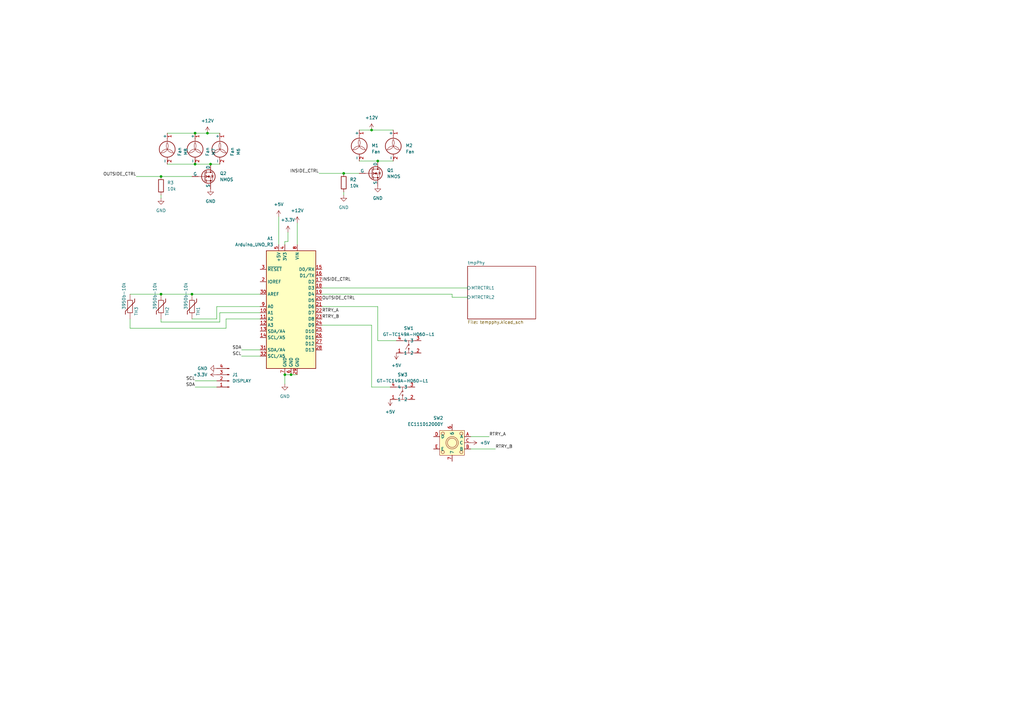
<source format=kicad_sch>
(kicad_sch (version 20230121) (generator eeschema)
  (paper "A3")
  (lib_symbols
    (symbol "Connector:Conn_01x04_Pin" (pin_names (offset 1.016) hide)
      (property "Reference" "J" (at 0 5.08 0))
      (property "Value" "Conn_01x04_Pin" (at 0 -7.62 0))
      (symbol "Conn_01x04_Pin_1_1"
        (polyline (pts (xy 1.27 -5.08) (xy 0.8636 -5.08)) (stroke (width 0.1524)))
        (polyline (pts (xy 1.27 -2.54) (xy 0.8636 -2.54)) (stroke (width 0.1524)))
        (polyline (pts (xy 1.27 0) (xy 0.8636 0)) (stroke (width 0.1524)))
        (polyline (pts (xy 1.27 2.54) (xy 0.8636 2.54)) (stroke (width 0.1524)))
        (rectangle (start 0.8636 -4.953) (end 0 -5.207) (stroke (width 0.1524)) (fill (type outline)))
        (rectangle (start 0.8636 -2.413) (end 0 -2.667) (stroke (width 0.1524)) (fill (type outline)))
        (rectangle (start 0.8636 0.127) (end 0 -0.127) (stroke (width 0.1524)) (fill (type outline)))
        (rectangle (start 0.8636 2.667) (end 0 2.413) (stroke (width 0.1524)) (fill (type outline)))
        (pin passive line (at 5.08 2.54 180) (length 3.81) (name "Pin_1") (number "1"))
        (pin passive line (at 5.08 0 180) (length 3.81) (name "Pin_2") (number "2"))
        (pin passive line (at 5.08 -2.54 180) (length 3.81) (name "Pin_3") (number "3"))
        (pin passive line (at 5.08 -5.08 180) (length 3.81) (name "Pin_4") (number "4"))
      )
    )
    (symbol "Device:R" (pin_numbers hide) (pin_names (offset 0))
      (property "Reference" "R" (at 2.032 0 90))
      (property "Value" "R" (at 0 0 90))
      (symbol "R_0_1"
        (rectangle (start -1.016 -2.54) (end 1.016 2.54) (stroke (width 0.254)))
      )
      (symbol "R_1_1"
        (pin passive line (at 0 3.81 270) (length 1.27) (name "~") (number "1"))
        (pin passive line (at 0 -3.81 90) (length 1.27) (name "~") (number "2"))
      )
    )
    (symbol "Device:Thermistor" (pin_numbers hide) (pin_names (offset 0))
      (property "Reference" "TH" (at 2.54 1.27 90))
      (property "Value" "Thermistor" (at -2.54 0 90))
      (symbol "Thermistor_0_1"
        (rectangle (start -1.016 2.54) (end 1.016 -2.54) (stroke (width 0.2032)))
        (polyline (pts (xy -1.905 3.175) (xy -1.905 1.905) (xy 1.905 -1.905) (xy 1.905 -3.175) (xy 1.905 -3.175)) (stroke (width 0.254)))
      )
      (symbol "Thermistor_1_1"
        (pin passive line (at 0 5.08 270) (length 2.54) (name "~") (number "1"))
        (pin passive line (at 0 -5.08 90) (length 2.54) (name "~") (number "2"))
      )
    )
    (symbol "MCU_Module:Arduino_UNO_R3"
      (property "Reference" "A" (at -10.16 23.495 0))
      (property "Value" "Arduino_UNO_R3" (at 5.08 -26.67 0))
      (symbol "Arduino_UNO_R3_0_1"
        (rectangle (start -10.16 22.86) (end 10.16 -25.4) (stroke (width 0.254)) (fill (type background)))
      )
      (symbol "Arduino_UNO_R3_1_1"
        (pin no_connect line (at -10.16 -20.32 0) (length 2.54) hide (name "NC") (number "1"))
        (pin bidirectional line (at 12.7 -2.54 180) (length 2.54) (name "A1") (number "10"))
        (pin bidirectional line (at 12.7 -5.08 180) (length 2.54) (name "A2") (number "11"))
        (pin bidirectional line (at 12.7 -7.62 180) (length 2.54) (name "A3") (number "12"))
        (pin bidirectional line (at 12.7 -10.16 180) (length 2.54) (name "SDA/A4") (number "13"))
        (pin bidirectional line (at 12.7 -12.7 180) (length 2.54) (name "SCL/A5") (number "14"))
        (pin bidirectional line (at -12.7 15.24 0) (length 2.54) (name "D0/RX") (number "15"))
        (pin bidirectional line (at -12.7 12.7 0) (length 2.54) (name "D1/TX") (number "16"))
        (pin bidirectional line (at -12.7 10.16 0) (length 2.54) (name "D2") (number "17"))
        (pin bidirectional line (at -12.7 7.62 0) (length 2.54) (name "D3") (number "18"))
        (pin bidirectional line (at -12.7 5.08 0) (length 2.54) (name "D4") (number "19"))
        (pin output line (at 12.7 10.16 180) (length 2.54) (name "IOREF") (number "2"))
        (pin bidirectional line (at -12.7 2.54 0) (length 2.54) (name "D5") (number "20"))
        (pin bidirectional line (at -12.7 0 0) (length 2.54) (name "D6") (number "21"))
        (pin bidirectional line (at -12.7 -2.54 0) (length 2.54) (name "D7") (number "22"))
        (pin bidirectional line (at -12.7 -5.08 0) (length 2.54) (name "D8") (number "23"))
        (pin bidirectional line (at -12.7 -7.62 0) (length 2.54) (name "D9") (number "24"))
        (pin bidirectional line (at -12.7 -10.16 0) (length 2.54) (name "D10") (number "25"))
        (pin bidirectional line (at -12.7 -12.7 0) (length 2.54) (name "D11") (number "26"))
        (pin bidirectional line (at -12.7 -15.24 0) (length 2.54) (name "D12") (number "27"))
        (pin bidirectional line (at -12.7 -17.78 0) (length 2.54) (name "D13") (number "28"))
        (pin power_in line (at -2.54 -27.94 90) (length 2.54) (name "GND") (number "29"))
        (pin input line (at 12.7 15.24 180) (length 2.54) (name "~{RESET}") (number "3"))
        (pin input line (at 12.7 5.08 180) (length 2.54) (name "AREF") (number "30"))
        (pin bidirectional line (at 12.7 -17.78 180) (length 2.54) (name "SDA/A4") (number "31"))
        (pin bidirectional line (at 12.7 -20.32 180) (length 2.54) (name "SCL/A5") (number "32"))
        (pin power_out line (at 2.54 25.4 270) (length 2.54) (name "3V3") (number "4"))
        (pin power_out line (at 5.08 25.4 270) (length 2.54) (name "+5V") (number "5"))
        (pin power_in line (at 0 -27.94 90) (length 2.54) (name "GND") (number "6"))
        (pin power_in line (at 2.54 -27.94 90) (length 2.54) (name "GND") (number "7"))
        (pin power_in line (at -2.54 25.4 270) (length 2.54) (name "VIN") (number "8"))
        (pin bidirectional line (at 12.7 0 180) (length 2.54) (name "A0") (number "9"))
      )
    )
    (symbol "Motor:Fan" (pin_names (offset 0))
      (property "Reference" "M" (at 2.54 5.08 0))
      (property "Value" "Fan" (at 2.54 -2.54 0))
      (symbol "Fan_0_1"
        (arc (start -2.54 -0.508) (mid 0.0028 0.9121) (end 0 3.81))
        (polyline (pts (xy 0 -5.08) (xy 0 -4.572)))
        (polyline (pts (xy 0 -2.2352) (xy 0 -2.6416)))
        (polyline (pts (xy 0 4.2672) (xy 0 4.6228)))
        (polyline (pts (xy 0 4.572) (xy 0 5.08)))
        (circle (center 0 1.016) (radius 3.2512) (stroke (width 0.254)))
        (arc (start 0 3.81) (mid 0.053 0.921) (end 2.54 -0.508))
        (arc (start 2.54 -0.508) (mid 0 1.0618) (end -2.54 -0.508))
      )
      (symbol "Fan_1_1"
        (pin passive line (at 0 7.62 270) (length 2.54) (name "+") (number "1"))
        (pin passive line (at 0 -5.08 90) (length 2.54) (name "-") (number "2"))
      )
    )
    (symbol "Simulation_SPICE:NMOS" (pin_numbers hide) (pin_names (offset 0))
      (property "Reference" "Q" (at 5.08 1.27 0))
      (property "Value" "NMOS" (at 5.08 -1.27 0))
      (symbol "NMOS_0_1"
        (polyline (pts (xy 0.254 0) (xy -2.54 0)))
        (polyline (pts (xy 0.254 1.905) (xy 0.254 -1.905)) (stroke (width 0.254)))
        (polyline (pts (xy 0.762 -1.27) (xy 0.762 -2.286)) (stroke (width 0.254)))
        (polyline (pts (xy 0.762 0.508) (xy 0.762 -0.508)) (stroke (width 0.254)))
        (polyline (pts (xy 0.762 2.286) (xy 0.762 1.27)) (stroke (width 0.254)))
        (polyline (pts (xy 2.54 2.54) (xy 2.54 1.778)))
        (polyline (pts (xy 2.54 -2.54) (xy 2.54 0) (xy 0.762 0)))
        (polyline (pts (xy 0.762 -1.778) (xy 3.302 -1.778) (xy 3.302 1.778) (xy 0.762 1.778)))
        (polyline (pts (xy 1.016 0) (xy 2.032 0.381) (xy 2.032 -0.381) (xy 1.016 0)) (fill (type outline)))
        (polyline (pts (xy 2.794 0.508) (xy 2.921 0.381) (xy 3.683 0.381) (xy 3.81 0.254)))
        (polyline (pts (xy 3.302 0.381) (xy 2.921 -0.254) (xy 3.683 -0.254) (xy 3.302 0.381)))
        (circle (center 1.651 0) (radius 2.794) (stroke (width 0.254)))
        (circle (center 2.54 -1.778) (radius 0.254) (fill (type outline)))
        (circle (center 2.54 1.778) (radius 0.254) (fill (type outline)))
      )
      (symbol "NMOS_1_1"
        (pin passive line (at 2.54 5.08 270) (length 2.54) (name "D") (number "1"))
        (pin input line (at -5.08 0 0) (length 2.54) (name "G") (number "2"))
        (pin passive line (at 2.54 -5.08 90) (length 2.54) (name "S") (number "3"))
      )
    )
    (symbol "TTC:EC111012000Y"
      (property "Reference" "SW" (at 0 12.7 0))
      (property "Value" "EC111012000Y" (at 0 -12.7 0))
      (symbol "EC111012000Y_0_1"
        (rectangle (start -5.08 5.08) (end 5.08 -5.08) (fill (type background)))
        (circle (center -3.81 -3.81) (radius 0.64))
        (circle (center -3.81 3.81) (radius 0.64))
        (circle (center 0 0) (radius 1.91))
        (circle (center 0 0) (radius 2.54))
        (circle (center 3.81 -3.81) (radius 0.64))
        (circle (center 3.81 3.81) (radius 0.64))
        (pin unspecified line (at -7.62 0 0) (length 2.54) (name "6") (number "6"))
        (pin unspecified line (at 7.62 0 180) (length 2.54) (name "7") (number "7"))
        (pin unspecified line (at -2.54 -7.62 90) (length 2.54) (name "A") (number "A"))
        (pin unspecified line (at 2.54 -7.62 90) (length 2.54) (name "B") (number "B"))
        (pin unspecified line (at 0 -7.62 90) (length 2.54) (name "C") (number "C"))
        (pin unspecified line (at -2.54 7.62 270) (length 2.54) (name "D") (number "D"))
        (pin unspecified line (at 2.54 7.62 270) (length 2.54) (name "E") (number "E"))
      )
    )
    (symbol "TTC:GT-TC149A-H060-L1"
      (property "Reference" "SW" (at 0 7.62 0))
      (property "Value" "GT-TC149A-H060-L1" (at 0 -7.62 0))
      (symbol "GT-TC149A-H060-L1_0_1"
        (circle (center 0 -0.76) (radius 0.25))
        (polyline (pts (xy -2.54 -2.54) (xy 2.54 -2.54)))
        (polyline (pts (xy -1.27 -1.02) (xy -0.25 0.76)))
        (polyline (pts (xy 0 -2.54) (xy 0 -1.52)))
        (polyline (pts (xy 0 -1.52) (xy 0 -0.76)))
        (polyline (pts (xy 0 2.54) (xy 0 0.76)))
        (polyline (pts (xy 2.54 2.54) (xy -2.54 2.54)))
        (circle (center 0 0.76) (radius 0.25))
        (pin unspecified line (at -5.08 -2.54 0) (length 2.54) (name "1") (number "1"))
        (pin unspecified line (at 5.08 -2.54 180) (length 2.54) (name "2") (number "2"))
        (pin unspecified line (at 5.08 2.54 180) (length 2.54) (name "3") (number "3"))
        (pin unspecified line (at -5.08 2.54 0) (length 2.54) (name "4") (number "4"))
      )
    )
    (symbol "power:+12V" (power) (pin_names (offset 0))
      (property "Value" "+12V" (at 0 3.556 0))
      (symbol "+12V_0_1"
        (polyline (pts (xy -0.762 1.27) (xy 0 2.54)))
        (polyline (pts (xy 0 0) (xy 0 2.54)))
        (polyline (pts (xy 0 2.54) (xy 0.762 1.27)))
      )
      (symbol "+12V_1_1"
        (pin power_in line (at 0 0 90) (length 0) hide (name "+12V") (number "1"))
      )
    )
    (symbol "power:+3.3V" (power) (pin_names (offset 0))
      (property "Value" "+3.3V" (at 0 3.556 0))
      (symbol "+3.3V_0_1"
        (polyline (pts (xy -0.762 1.27) (xy 0 2.54)))
        (polyline (pts (xy 0 0) (xy 0 2.54)))
        (polyline (pts (xy 0 2.54) (xy 0.762 1.27)))
      )
      (symbol "+3.3V_1_1"
        (pin power_in line (at 0 0 90) (length 0) hide (name "+3.3V") (number "1"))
      )
    )
    (symbol "power:+5V" (power) (pin_names (offset 0))
      (property "Value" "+5V" (at 0 3.556 0))
      (symbol "+5V_0_1"
        (polyline (pts (xy -0.762 1.27) (xy 0 2.54)))
        (polyline (pts (xy 0 0) (xy 0 2.54)))
        (polyline (pts (xy 0 2.54) (xy 0.762 1.27)))
      )
      (symbol "+5V_1_1"
        (pin power_in line (at 0 0 90) (length 0) hide (name "+5V") (number "1"))
      )
    )
    (symbol "power:GND" (power) (pin_names (offset 0))
      (property "Value" "GND" (at 0 -3.81 0))
      (symbol "GND_0_1"
        (polyline (pts (xy 0 0) (xy 0 -1.27) (xy 1.27 -1.27) (xy 0 -2.54) (xy -1.27 -1.27) (xy 0 -1.27)))
      )
      (symbol "GND_1_1"
        (pin power_in line (at 0 0 270) (length 0) hide (name "GND") (number "1"))
      )
    )
  )
  (junction (at 140.97 71.12))
  (junction (at 152.4 53.34))
  (junction (at 119.38 153.67))
  (junction (at 80.01 67.31))
  (junction (at 66.04 72.39))
  (junction (at 116.84 153.67))
  (junction (at 78.74 120.65))
  (junction (at 66.04 120.65))
  (junction (at 154.94 66.04))
  (junction (at 80.01 54.61))
  (junction (at 85.09 54.61))
  (junction (at 86.36 67.31))
  (wire (pts (xy 99.06 146.05) (xy 106.68 146.05)))
  (wire (pts (xy 78.74 130.81) (xy 88.9 130.81)))
  (wire (pts (xy 132.08 118.11) (xy 191.77 118.11)))
  (wire (pts (xy 53.34 134.62) (xy 92.71 134.62)))
  (wire (pts (xy 140.97 71.12) (xy 147.32 71.12)))
  (wire (pts (xy 90.17 128.27) (xy 106.68 128.27)))
  (wire (pts (xy 154.94 139.7) (xy 154.94 125.73)))
  (wire (pts (xy 118.11 95.25) (xy 118.11 99.06)))
  (wire (pts (xy 203.2 184.15) (xy 193.04 184.15)))
  (wire (pts (xy 80.01 156.21) (xy 88.9 156.21)))
  (wire (pts (xy 66.04 130.81) (xy 66.04 132.08)))
  (wire (pts (xy 116.84 99.06) (xy 116.84 100.33)))
  (wire (pts (xy 152.4 53.34) (xy 161.29 53.34)))
  (wire (pts (xy 53.34 130.81) (xy 53.34 134.62)))
  (wire (pts (xy 185.42 121.92) (xy 191.77 121.92)))
  (wire (pts (xy 66.04 81.28) (xy 66.04 80.01)))
  (wire (pts (xy 66.04 132.08) (xy 90.17 132.08)))
  (wire (pts (xy 140.97 80.01) (xy 140.97 78.74)))
  (wire (pts (xy 90.17 132.08) (xy 90.17 128.27)))
  (wire (pts (xy 80.01 158.75) (xy 88.9 158.75)))
  (wire (pts (xy 130.81 71.12) (xy 140.97 71.12)))
  (wire (pts (xy 152.4 133.35) (xy 132.08 133.35)))
  (wire (pts (xy 92.71 130.81) (xy 106.68 130.81)))
  (wire (pts (xy 147.32 53.34) (xy 152.4 53.34)))
  (wire (pts (xy 118.11 99.06) (xy 116.84 99.06)))
  (wire (pts (xy 147.32 66.04) (xy 154.94 66.04)))
  (wire (pts (xy 80.01 54.61) (xy 68.58 54.61)))
  (wire (pts (xy 154.94 66.04) (xy 161.29 66.04)))
  (wire (pts (xy 160.02 158.75) (xy 152.4 158.75)))
  (wire (pts (xy 116.84 157.48) (xy 116.84 153.67)))
  (wire (pts (xy 55.88 72.39) (xy 66.04 72.39)))
  (wire (pts (xy 162.56 139.7) (xy 154.94 139.7)))
  (wire (pts (xy 116.84 153.67) (xy 119.38 153.67)))
  (wire (pts (xy 121.92 91.44) (xy 121.92 100.33)))
  (wire (pts (xy 154.94 125.73) (xy 132.08 125.73)))
  (wire (pts (xy 106.68 120.65) (xy 78.74 120.65)))
  (wire (pts (xy 78.74 120.65) (xy 66.04 120.65)))
  (wire (pts (xy 92.71 134.62) (xy 92.71 130.81)))
  (wire (pts (xy 85.09 54.61) (xy 80.01 54.61)))
  (wire (pts (xy 99.06 143.51) (xy 106.68 143.51)))
  (wire (pts (xy 80.01 67.31) (xy 68.58 67.31)))
  (wire (pts (xy 200.66 179.07) (xy 193.04 179.07)))
  (wire (pts (xy 90.17 67.31) (xy 86.36 67.31)))
  (wire (pts (xy 119.38 153.67) (xy 121.92 153.67)))
  (wire (pts (xy 185.42 120.65) (xy 185.42 121.92)))
  (wire (pts (xy 90.17 54.61) (xy 85.09 54.61)))
  (wire (pts (xy 132.08 120.65) (xy 185.42 120.65)))
  (wire (pts (xy 88.9 130.81) (xy 88.9 125.73)))
  (wire (pts (xy 88.9 125.73) (xy 106.68 125.73)))
  (wire (pts (xy 114.3 88.9) (xy 114.3 100.33)))
  (wire (pts (xy 66.04 120.65) (xy 53.34 120.65)))
  (wire (pts (xy 66.04 72.39) (xy 78.74 72.39)))
  (wire (pts (xy 152.4 158.75) (xy 152.4 133.35)))
  (wire (pts (xy 86.36 67.31) (xy 80.01 67.31)))
  (label "SDA" (at 99.06 143.51 180))
  (label "SCL" (at 99.06 146.05 180))
  (label "SCL" (at 80.01 156.21 180))
  (label "INSIDE_CTRL" (at 132.08 115.57 0))
  (label "OUTSIDE_CTRL" (at 132.08 123.19 0))
  (label "RTRY_B" (at 203.2 184.15 0))
  (label "RTRY_A" (at 132.08 128.27 0))
  (label "RTRY_B" (at 132.08 130.81 0))
  (label "OUTSIDE_CTRL" (at 55.88 72.39 180))
  (label "SDA" (at 80.01 158.75 180))
  (label "INSIDE_CTRL" (at 130.81 71.12 180))
  (label "RTRY_A" (at 200.66 179.07 0))
  (symbol (lib_id "Device:Thermistor") (at 53.34 125.73 0) (mirror y) (unit 1)
    (property "Reference" "TH3" (at 55.88 129.54 90) (effects (justify left)))
    (property "Value" "3950b-10k" (at 50.8 127 90) (effects (justify left)))
    (property "Footprint" "Connector_PinHeader_2.54mm:PinHeader_1x02_P2.54mm_Vertical" (effects hide))
    (property "LCSC_ID" "NOPOP" (effects hide))
  )
  (symbol (lib_id "power:+5V") (at 114.3 88.9 0) (unit 1)
    (property "Reference" "#PWR015" (effects hide))
    (property "Value" "+5V" (at 114.3 83.82 0))
  )
  (symbol (lib_id "power:+5V") (at 193.04 181.61 270) (unit 1)
    (property "Reference" "#PWR017" (effects hide))
    (property "Value" "+5V" (at 196.85 181.61 90) (effects (justify left)))
  )
  (symbol (lib_id "Motor:Fan") (at 90.17 62.23 0) (unit 1)
    (property "Reference" "M6" (at 97.79 62.23 90))
    (property "Value" "Fan" (at 95.25 62.23 90))
    (property "Footprint" "Connector_PinHeader_2.54mm:PinHeader_1x02_P2.54mm_Vertical" (effects hide))
    (property "LCSC_ID" "NOPOP" (effects hide))
  )
  (symbol (lib_id "power:+3.3V") (at 118.11 95.25 0) (unit 1)
    (property "Reference" "#PWR014" (effects hide))
    (property "Value" "+3.3V" (at 118.11 90.17 0))
  )
  (symbol (lib_id "power:GND") (at 154.94 76.2 0) (unit 1)
    (property "Reference" "#PWR06" (effects hide))
    (property "Value" "GND" (at 154.94 81.28 0))
  )
  (symbol (lib_id "Motor:Fan") (at 161.29 60.96 0) (unit 1)
    (property "Reference" "M2" (at 166.37 59.69 0) (effects (justify left)))
    (property "Value" "Fan" (at 166.37 62.23 0) (effects (justify left)))
    (property "Footprint" "Connector_PinHeader_2.54mm:PinHeader_1x02_P2.54mm_Vertical" (effects hide))
    (property "LCSC_ID" "NOPOP" (effects hide))
  )
  (symbol (lib_id "power:GND") (at 88.9 151.13 270) (unit 1)
    (property "Reference" "#PWR012" (effects hide))
    (property "Value" "GND" (at 85.09 151.13 90) (effects (justify right)))
  )
  (symbol (lib_id "Device:Thermistor") (at 78.74 125.73 0) (mirror y) (unit 1)
    (property "Reference" "TH1" (at 81.28 129.54 90) (effects (justify left)))
    (property "Value" "3950b-10k" (at 76.2 127 90) (effects (justify left)))
    (property "Footprint" "Connector_PinHeader_2.54mm:PinHeader_1x02_P2.54mm_Vertical" (effects hide))
    (property "LCSC_ID" "NOPOP" (effects hide))
  )
  (symbol (lib_id "power:GND") (at 66.04 81.28 0) (unit 1)
    (property "Reference" "#PWR011" (effects hide))
    (property "Value" "GND" (at 66.04 86.36 0))
  )
  (symbol (lib_id "power:GND") (at 140.97 80.01 0) (unit 1)
    (property "Reference" "#PWR010" (effects hide))
    (property "Value" "GND" (at 140.97 85.09 0))
  )
  (symbol (lib_id "power:+5V") (at 162.56 144.78 180) (unit 1)
    (property "Reference" "#PWR016" (effects hide))
    (property "Value" "+5V" (at 162.56 149.86 0))
  )
  (symbol (lib_id "power:+12V") (at 152.4 53.34 0) (unit 1)
    (property "Reference" "#PWR09" (effects hide))
    (property "Value" "+12V" (at 152.4 48.26 0))
  )
  (symbol (lib_id "Device:R") (at 140.97 74.93 0) (unit 1)
    (property "Reference" "R2" (at 143.51 73.66 0) (effects (justify left)))
    (property "Value" "10k" (at 143.51 76.2 0) (effects (justify left)))
    (property "Footprint" "Resistor_SMD:R_0402_1005Metric" (effects hide))
    (property "LCSC_ID" "C60490" (effects hide))
  )
  (symbol (lib_id "Simulation_SPICE:NMOS") (at 152.4 71.12 0) (unit 1)
    (property "Reference" "Q1" (at 158.75 69.85 0) (effects (justify left)))
    (property "Value" "NMOS" (at 158.75 72.39 0) (effects (justify left)))
    (property "Footprint" "Package_DFN_QFN:WDFN-8-1EP_4x3mm_P0.65mm_EP2.4x1.8mm_ThermalVias" (effects hide))
    (property "Datasheet" "https://ngspice.sourceforge.io/docs/ngspice-manual.pdf" (effects hide))
    (property "Sim.Device" "NMOS" (effects hide))
    (property "Sim.Type" "VDMOS" (effects hide))
    (property "Sim.Pins" "1=D 2=G 3=S" (effects hide))
    (property "LCSC_ID" "C893914" (effects hide))
  )
  (symbol (lib_id "Motor:Fan") (at 147.32 60.96 0) (unit 1)
    (property "Reference" "M1" (at 152.4 59.69 0) (effects (justify left)))
    (property "Value" "Fan" (at 152.4 62.23 0) (effects (justify left)))
    (property "Footprint" "Connector_PinHeader_2.54mm:PinHeader_1x02_P2.54mm_Vertical" (effects hide))
    (property "LCSC_ID" "NOPOP" (effects hide))
  )
  (symbol (lib_id "TTC:GT-TC149A-H060-L1") (at 167.64 142.24 0) (unit 1)
    (property "Reference" "SW1" (at 167.64 134.62 0))
    (property "Value" "GT-TC149A-H060-L1" (at 167.64 137.16 0))
    (property "Footprint" "TTC:KEY-SMD_4P-L12.0-W12.0-P5.00-LS15.2" (effects hide))
    (property "LCSC Part" "C2834980" (effects hide))
  )
  (symbol (lib_id "power:GND") (at 116.84 157.48 0) (unit 1)
    (property "Reference" "#PWR05" (effects hide))
    (property "Value" "GND" (at 116.84 162.56 0))
  )
  (symbol (lib_id "power:GND") (at 86.36 77.47 0) (unit 1)
    (property "Reference" "#PWR07" (effects hide))
    (property "Value" "GND" (at 86.36 82.55 0))
  )
  (symbol (lib_id "TTC:GT-TC149A-H060-L1") (at 165.1 161.29 0) (unit 1)
    (property "Reference" "SW3" (at 165.1 153.67 0))
    (property "Value" "GT-TC149A-H060-L1" (at 165.1 156.21 0))
    (property "Footprint" "TTC:KEY-SMD_4P-L12.0-W12.0-P5.00-LS15.2" (effects hide))
    (property "LCSC Part" "C2834980" (effects hide))
  )
  (symbol (lib_id "Connector:Conn_01x04_Pin") (at 93.98 156.21 180) (unit 1)
    (property "Reference" "J1" (at 95.25 153.67 0) (effects (justify right)))
    (property "Value" "DISPLAY" (at 95.25 156.21 0) (effects (justify right)))
    (property "LCSC_ID" "NOPOP" (effects hide))
  )
  (symbol (lib_id "Device:R") (at 66.04 76.2 0) (unit 1)
    (property "Reference" "R3" (at 68.58 74.93 0) (effects (justify left)))
    (property "Value" "10k" (at 68.58 77.47 0) (effects (justify left)))
    (property "Footprint" "Resistor_SMD:R_0402_1005Metric" (effects hide))
    (property "LCSC_ID" "C60490" (effects hide))
  )
  (symbol (lib_id "power:+3.3V") (at 88.9 153.67 90) (unit 1)
    (property "Reference" "#PWR013" (effects hide))
    (property "Value" "+3.3V" (at 85.09 153.67 90) (effects (justify left)))
  )
  (symbol (lib_id "power:+12V") (at 85.09 54.61 0) (unit 1)
    (property "Reference" "#PWR08" (effects hide))
    (property "Value" "+12V" (at 85.09 49.53 0))
  )
  (symbol (lib_id "power:+5V") (at 160.02 163.83 180) (unit 1)
    (property "Reference" "#PWR018" (effects hide))
    (property "Value" "+5V" (at 160.02 168.91 0))
  )
  (symbol (lib_id "Simulation_SPICE:NMOS") (at 83.82 72.39 0) (unit 1)
    (property "Reference" "Q2" (at 90.17 71.12 0) (effects (justify left)))
    (property "Value" "NMOS" (at 90.17 73.66 0) (effects (justify left)))
    (property "Footprint" "Package_DFN_QFN:WDFN-8-1EP_4x3mm_P0.65mm_EP2.4x1.8mm_ThermalVias" (effects hide))
    (property "Datasheet" "https://ngspice.sourceforge.io/docs/ngspice-manual.pdf" (effects hide))
    (property "Sim.Device" "NMOS" (effects hide))
    (property "Sim.Type" "VDMOS" (effects hide))
    (property "Sim.Pins" "1=D 2=G 3=S" (effects hide))
    (property "LCSC_ID" "C893914" (effects hide))
  )
  (symbol (lib_id "MCU_Module:Arduino_UNO_R3") (at 119.38 125.73 0) (mirror y) (unit 1)
    (property "Reference" "A1" (at 112.1059 97.79 0) (effects (justify left)))
    (property "Value" "Arduino_UNO_R3" (at 112.1059 100.33 0) (effects (justify left)))
    (property "Footprint" "Module:Arduino_UNO_R3" (effects hide))
    (property "Datasheet" "https://www.arduino.cc/en/Main/arduinoBoardUno" (effects hide))
    (property "LCSC_ID" "NOPOP" (effects hide))
  )
  (symbol (lib_id "TTC:EC111012000Y") (at 185.42 181.61 90) (mirror x) (unit 1)
    (property "Reference" "SW2" (at 181.7939 171.45 90) (effects (justify left)))
    (property "Value" "EC111012000Y" (at 181.7939 173.99 90) (effects (justify left)))
    (property "Footprint" "TTC:SW-TH_EC111012000Y" (effects hide))
    (property "LCSC Part" "C2687280" (effects hide))
    (property "LCSC_ID" "C2687280" (effects hide))
  )
  (symbol (lib_id "Motor:Fan") (at 80.01 62.23 0) (unit 1)
    (property "Reference" "M7" (at 87.63 62.23 90))
    (property "Value" "Fan" (at 85.09 62.23 90))
    (property "Footprint" "Connector_PinHeader_2.54mm:PinHeader_1x02_P2.54mm_Vertical" (effects hide))
    (property "LCSC_ID" "NOPOP" (effects hide))
  )
  (symbol (lib_id "Motor:Fan") (at 68.58 62.23 0) (unit 1)
    (property "Reference" "M8" (at 76.2 62.23 90))
    (property "Value" "Fan" (at 73.66 62.23 90))
    (property "Footprint" "Connector_PinHeader_2.54mm:PinHeader_1x02_P2.54mm_Vertical" (effects hide))
    (property "LCSC_ID" "NOPOP" (effects hide))
  )
  (symbol (lib_id "Device:Thermistor") (at 66.04 125.73 0) (mirror y) (unit 1)
    (property "Reference" "TH2" (at 68.58 129.54 90) (effects (justify left)))
    (property "Value" "3950b-10k" (at 63.5 127 90) (effects (justify left)))
    (property "Footprint" "Connector_PinHeader_2.54mm:PinHeader_1x02_P2.54mm_Vertical" (effects hide))
    (property "LCSC_ID" "NOPOP" (effects hide))
  )
  (symbol (lib_id "power:+12V") (at 121.92 91.44 0) (unit 1)
    (property "Reference" "#PWR01" (effects hide))
    (property "Value" "+12V" (at 121.92 86.36 0))
  )
  (sheet (at 191.77 109.22) (size 27.94 21.59) (stroke (width 0.1524))
    (property "Sheetname" "tmpPhy" (at 191.77 108.5084 0) (effects (justify left bottom)))
    (property "Sheetfile" "tempphy.kicad_sch" (at 191.77 131.3946 0) (effects (justify left top)))
    (pin "MTRCTRL1" input (at 191.77 118.11 180))
    (pin "MTRCTRL2" input (at 191.77 121.92 180))
  )
)
</source>
